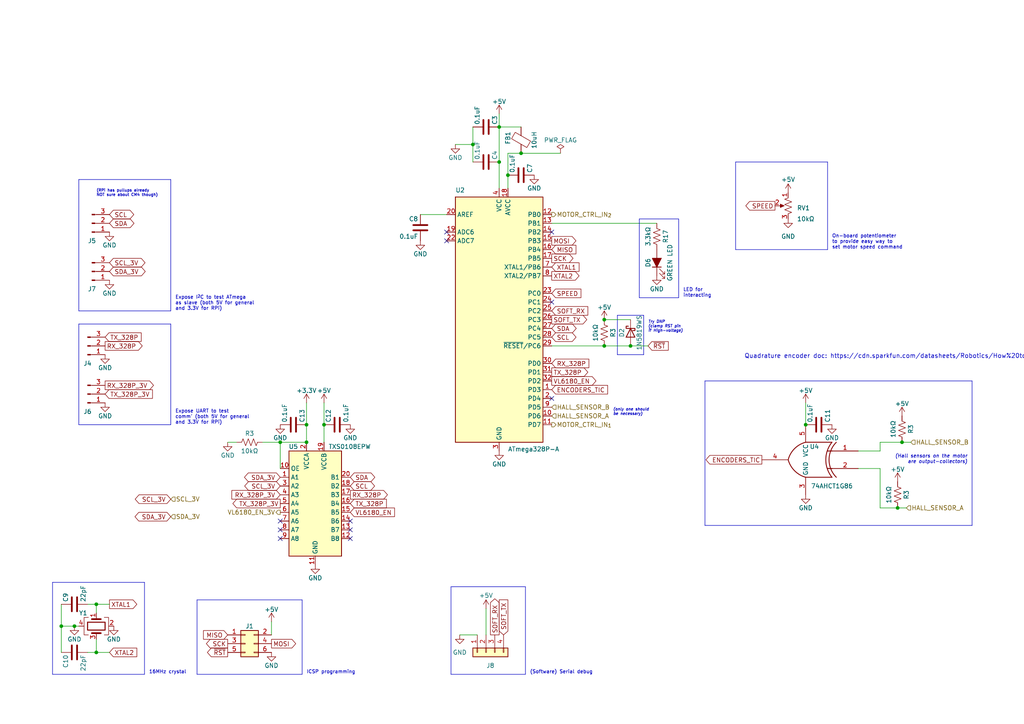
<source format=kicad_sch>
(kicad_sch (version 20230121) (generator eeschema)
  (paper "A4")
  (title_block (title "FooBot-Tests") (date "2023-03-17") (rev "1.0.0") (company "nschoe's labs"))
  (lib_symbols
    (symbol "74xGxx:74AHCT1G86"
      (property "Reference" "U" (at -2.54 3.81 0))
      (property "Value" "74AHCT1G86" (at 0 -3.81 0))
      (symbol "74AHCT1G86_0_1"
        (arc (start -8.89 -5.08) (mid -6.7858 0) (end -8.89 5.08) (stroke (width 0.254)))
        (arc (start -7.62 -5.08) (mid -5.838 0) (end -7.62 5.08) (stroke (width 0.254)))
        (arc (start 0 -5.08) (mid 3.1986 -3.2054) (end 5.08 0) (stroke (width 0.254)))
        (polyline (pts (xy -7.62 -2.54) (xy -6.35 -2.54)) (stroke (width 0.254)) (fill (type background)))
        (polyline (pts (xy -7.62 2.54) (xy -6.35 2.54)) (stroke (width 0.254)) (fill (type background)))
        (polyline (pts (xy 0 -5.08) (xy -7.62 -5.08)) (stroke (width 0.254)) (fill (type background)))
        (polyline (pts (xy 0 5.08) (xy -7.62 5.08)) (stroke (width 0.254)) (fill (type background)))
        (arc (start 5.08 0) (mid 3.2238 3.2304) (end 0 5.08) (stroke (width 0.254)))
      )
      (symbol "74AHCT1G86_1_1"
        (pin input line (at -15.24 2.54 0) (length 7.62) (name "~") (number "1"))
        (pin input line (at -15.24 -2.54 0) (length 7.62) (name "~") (number "2"))
        (pin power_in line (at 0 -10.16 90) (length 5.08) (name "GND") (number "3"))
        (pin output line (at 12.7 0 180) (length 7.62) (name "~") (number "4"))
        (pin power_in line (at 0 10.16 270) (length 5.08) (name "VCC") (number "5"))
      )
    )
    (symbol "Connector:Conn_01x03_Pin" (pin_names (offset 1.016) hide)
      (property "Reference" "J" (at 0 5.08 0))
      (property "Value" "Conn_01x03_Pin" (at 0 -5.08 0))
      (symbol "Conn_01x03_Pin_1_1"
        (polyline (pts (xy 1.27 -2.54) (xy 0.8636 -2.54)) (stroke (width 0.1524)))
        (polyline (pts (xy 1.27 0) (xy 0.8636 0)) (stroke (width 0.1524)))
        (polyline (pts (xy 1.27 2.54) (xy 0.8636 2.54)) (stroke (width 0.1524)))
        (rectangle (start 0.8636 -2.413) (end 0 -2.667) (stroke (width 0.1524)) (fill (type outline)))
        (rectangle (start 0.8636 0.127) (end 0 -0.127) (stroke (width 0.1524)) (fill (type outline)))
        (rectangle (start 0.8636 2.667) (end 0 2.413) (stroke (width 0.1524)) (fill (type outline)))
        (pin passive line (at 5.08 2.54 180) (length 3.81) (name "Pin_1") (number "1"))
        (pin passive line (at 5.08 0 180) (length 3.81) (name "Pin_2") (number "2"))
        (pin passive line (at 5.08 -2.54 180) (length 3.81) (name "Pin_3") (number "3"))
      )
    )
    (symbol "Connector_Generic:Conn_01x04" (pin_names (offset 1.016) hide)
      (property "Reference" "J" (at 0 5.08 0))
      (property "Value" "Conn_01x04" (at 0 -7.62 0))
      (symbol "Conn_01x04_1_1"
        (rectangle (start -1.27 -4.953) (end 0 -5.207) (stroke (width 0.1524)))
        (rectangle (start -1.27 -2.413) (end 0 -2.667) (stroke (width 0.1524)))
        (rectangle (start -1.27 0.127) (end 0 -0.127) (stroke (width 0.1524)))
        (rectangle (start -1.27 2.667) (end 0 2.413) (stroke (width 0.1524)))
        (rectangle (start -1.27 3.81) (end 1.27 -6.35) (stroke (width 0.254)) (fill (type background)))
        (pin passive line (at -5.08 2.54 0) (length 3.81) (name "Pin_1") (number "1"))
        (pin passive line (at -5.08 0 0) (length 3.81) (name "Pin_2") (number "2"))
        (pin passive line (at -5.08 -2.54 0) (length 3.81) (name "Pin_3") (number "3"))
        (pin passive line (at -5.08 -5.08 0) (length 3.81) (name "Pin_4") (number "4"))
      )
    )
    (symbol "Connector_Generic:Conn_02x03_Odd_Even" (pin_names (offset 1.016) hide)
      (property "Reference" "J" (at 1.27 5.08 0))
      (property "Value" "Conn_02x03_Odd_Even" (at 1.27 -5.08 0))
      (symbol "Conn_02x03_Odd_Even_1_1"
        (rectangle (start -1.27 -2.413) (end 0 -2.667) (stroke (width 0.1524)))
        (rectangle (start -1.27 0.127) (end 0 -0.127) (stroke (width 0.1524)))
        (rectangle (start -1.27 2.667) (end 0 2.413) (stroke (width 0.1524)))
        (rectangle (start -1.27 3.81) (end 3.81 -3.81) (stroke (width 0.254)) (fill (type background)))
        (rectangle (start 3.81 -2.413) (end 2.54 -2.667) (stroke (width 0.1524)))
        (rectangle (start 3.81 0.127) (end 2.54 -0.127) (stroke (width 0.1524)))
        (rectangle (start 3.81 2.667) (end 2.54 2.413) (stroke (width 0.1524)))
        (pin passive line (at -5.08 2.54 0) (length 3.81) (name "Pin_1") (number "1"))
        (pin passive line (at 7.62 2.54 180) (length 3.81) (name "Pin_2") (number "2"))
        (pin passive line (at -5.08 0 0) (length 3.81) (name "Pin_3") (number "3"))
        (pin passive line (at 7.62 0 180) (length 3.81) (name "Pin_4") (number "4"))
        (pin passive line (at -5.08 -2.54 0) (length 3.81) (name "Pin_5") (number "5"))
        (pin passive line (at 7.62 -2.54 180) (length 3.81) (name "Pin_6") (number "6"))
      )
    )
    (symbol "Device:C" (pin_numbers hide) (pin_names (offset 0.254))
      (property "Reference" "C" (at 0.635 2.54 0))
      (property "Value" "C" (at 0.635 -2.54 0))
      (symbol "C_0_1"
        (polyline (pts (xy -2.032 -0.762) (xy 2.032 -0.762)) (stroke (width 0.508)))
        (polyline (pts (xy -2.032 0.762) (xy 2.032 0.762)) (stroke (width 0.508)))
      )
      (symbol "C_1_1"
        (pin passive line (at 0 3.81 270) (length 2.794) (name "~") (number "1"))
        (pin passive line (at 0 -3.81 90) (length 2.794) (name "~") (number "2"))
      )
    )
    (symbol "Device:Crystal_GND24" (pin_names (offset 1.016) hide)
      (property "Reference" "Y" (at 3.175 5.08 0))
      (property "Value" "Crystal_GND24" (at 3.175 3.175 0))
      (symbol "Crystal_GND24_0_1"
        (rectangle (start -1.143 2.54) (end 1.143 -2.54) (stroke (width 0.3048)))
        (polyline (pts (xy -2.54 0) (xy -2.032 0)))
        (polyline (pts (xy -2.032 -1.27) (xy -2.032 1.27)) (stroke (width 0.508)))
        (polyline (pts (xy 0 -3.81) (xy 0 -3.556)))
        (polyline (pts (xy 0 3.556) (xy 0 3.81)))
        (polyline (pts (xy 2.032 -1.27) (xy 2.032 1.27)) (stroke (width 0.508)))
        (polyline (pts (xy 2.032 0) (xy 2.54 0)))
        (polyline (pts (xy -2.54 -2.286) (xy -2.54 -3.556) (xy 2.54 -3.556) (xy 2.54 -2.286)))
        (polyline (pts (xy -2.54 2.286) (xy -2.54 3.556) (xy 2.54 3.556) (xy 2.54 2.286)))
      )
      (symbol "Crystal_GND24_1_1"
        (pin passive line (at -3.81 0 0) (length 1.27) (name "1") (number "1"))
        (pin passive line (at 0 5.08 270) (length 1.27) (name "2") (number "2"))
        (pin passive line (at 3.81 0 180) (length 1.27) (name "3") (number "3"))
        (pin passive line (at 0 -5.08 90) (length 1.27) (name "4") (number "4"))
      )
    )
    (symbol "Device:FerriteBead" (pin_numbers hide) (pin_names (offset 0))
      (property "Reference" "FB" (at -3.81 0.635 90))
      (property "Value" "FerriteBead" (at 3.81 0 90))
      (symbol "FerriteBead_0_1"
        (polyline (pts (xy 0 -1.27) (xy 0 -1.2192)))
        (polyline (pts (xy 0 1.27) (xy 0 1.2954)))
        (polyline (pts (xy -2.7686 0.4064) (xy -1.7018 2.2606) (xy 2.7686 -0.3048) (xy 1.6764 -2.159) (xy -2.7686 0.4064)))
      )
      (symbol "FerriteBead_1_1"
        (pin passive line (at 0 3.81 270) (length 2.54) (name "~") (number "1"))
        (pin passive line (at 0 -3.81 90) (length 2.54) (name "~") (number "2"))
      )
    )
    (symbol "Device:LED_Filled" (pin_numbers hide) (pin_names (offset 1.016) hide)
      (property "Reference" "D" (at 0 2.54 0))
      (property "Value" "LED_Filled" (at 0 -2.54 0))
      (symbol "LED_Filled_0_1"
        (polyline (pts (xy -1.27 -1.27) (xy -1.27 1.27)) (stroke (width 0.254)))
        (polyline (pts (xy -1.27 0) (xy 1.27 0)))
        (polyline (pts (xy 1.27 -1.27) (xy 1.27 1.27) (xy -1.27 0) (xy 1.27 -1.27)) (stroke (width 0.254)) (fill (type outline)))
        (polyline (pts (xy -3.048 -0.762) (xy -4.572 -2.286) (xy -3.81 -2.286) (xy -4.572 -2.286) (xy -4.572 -1.524)))
        (polyline (pts (xy -1.778 -0.762) (xy -3.302 -2.286) (xy -2.54 -2.286) (xy -3.302 -2.286) (xy -3.302 -1.524)))
      )
      (symbol "LED_Filled_1_1"
        (pin passive line (at -3.81 0 0) (length 2.54) (name "K") (number "1"))
        (pin passive line (at 3.81 0 180) (length 2.54) (name "A") (number "2"))
      )
    )
    (symbol "Device:R_Potentiometer_US" (pin_names (offset 1.016) hide)
      (property "Reference" "RV" (at -4.445 0 90))
      (property "Value" "R_Potentiometer_US" (at -2.54 0 90))
      (symbol "R_Potentiometer_US_0_1"
        (polyline (pts (xy 0 -2.286) (xy 0 -2.54)))
        (polyline (pts (xy 0 2.54) (xy 0 2.286)))
        (polyline (pts (xy 2.54 0) (xy 1.524 0)))
        (polyline (pts (xy 1.143 0) (xy 2.286 0.508) (xy 2.286 -0.508) (xy 1.143 0)) (fill (type outline)))
        (polyline (pts (xy 0 -0.762) (xy 1.016 -1.143) (xy 0 -1.524) (xy -1.016 -1.905) (xy 0 -2.286)))
        (polyline (pts (xy 0 0.762) (xy 1.016 0.381) (xy 0 0) (xy -1.016 -0.381) (xy 0 -0.762)))
        (polyline (pts (xy 0 2.286) (xy 1.016 1.905) (xy 0 1.524) (xy -1.016 1.143) (xy 0 0.762)))
      )
      (symbol "R_Potentiometer_US_1_1"
        (pin passive line (at 0 3.81 270) (length 1.27) (name "1") (number "1"))
        (pin passive line (at 3.81 0 180) (length 1.27) (name "2") (number "2"))
        (pin passive line (at 0 -3.81 90) (length 1.27) (name "3") (number "3"))
      )
    )
    (symbol "Device:R_US" (pin_numbers hide) (pin_names (offset 0))
      (property "Reference" "R" (at 2.54 0 90))
      (property "Value" "R_US" (at -2.54 0 90))
      (symbol "R_US_0_1"
        (polyline (pts (xy 0 -2.286) (xy 0 -2.54)))
        (polyline (pts (xy 0 2.286) (xy 0 2.54)))
        (polyline (pts (xy 0 -0.762) (xy 1.016 -1.143) (xy 0 -1.524) (xy -1.016 -1.905) (xy 0 -2.286)))
        (polyline (pts (xy 0 0.762) (xy 1.016 0.381) (xy 0 0) (xy -1.016 -0.381) (xy 0 -0.762)))
        (polyline (pts (xy 0 2.286) (xy 1.016 1.905) (xy 0 1.524) (xy -1.016 1.143) (xy 0 0.762)))
      )
      (symbol "R_US_1_1"
        (pin passive line (at 0 3.81 270) (length 1.27) (name "~") (number "1"))
        (pin passive line (at 0 -3.81 90) (length 1.27) (name "~") (number "2"))
      )
    )
    (symbol "Diode:1N5819WS" (pin_numbers hide) (pin_names (offset 1.016) hide)
      (property "Reference" "D" (at 0 2.54 0))
      (property "Value" "1N5819WS" (at 0 -2.54 0))
      (symbol "1N5819WS_0_1"
        (polyline (pts (xy 1.27 0) (xy -1.27 0)))
        (polyline (pts (xy 1.27 1.27) (xy 1.27 -1.27) (xy -1.27 0) (xy 1.27 1.27)) (stroke (width 0.254)))
        (polyline (pts (xy -1.905 0.635) (xy -1.905 1.27) (xy -1.27 1.27) (xy -1.27 -1.27) (xy -0.635 -1.27) (xy -0.635 -0.635)) (stroke (width 0.254)))
      )
      (symbol "1N5819WS_1_1"
        (pin passive line (at -3.81 0 0) (length 2.54) (name "K") (number "1"))
        (pin passive line (at 3.81 0 180) (length 2.54) (name "A") (number "2"))
      )
    )
    (symbol "Logic_LevelTranslator:TXS0108EPW"
      (property "Reference" "U" (at -6.35 16.51 0))
      (property "Value" "TXS0108EPW" (at 3.81 16.51 0))
      (symbol "TXS0108EPW_0_1"
        (rectangle (start -7.62 15.24) (end 7.62 -15.24) (stroke (width 0.254)) (fill (type background)))
      )
      (symbol "TXS0108EPW_1_1"
        (pin bidirectional line (at -10.16 7.62 0) (length 2.54) (name "A1") (number "1"))
        (pin input line (at -10.16 10.16 0) (length 2.54) (name "OE") (number "10"))
        (pin power_in line (at 0 -17.78 90) (length 2.54) (name "GND") (number "11"))
        (pin bidirectional line (at 10.16 -10.16 180) (length 2.54) (name "B8") (number "12"))
        (pin bidirectional line (at 10.16 -7.62 180) (length 2.54) (name "B7") (number "13"))
        (pin bidirectional line (at 10.16 -5.08 180) (length 2.54) (name "B6") (number "14"))
        (pin bidirectional line (at 10.16 -2.54 180) (length 2.54) (name "B5") (number "15"))
        (pin bidirectional line (at 10.16 0 180) (length 2.54) (name "B4") (number "16"))
        (pin bidirectional line (at 10.16 2.54 180) (length 2.54) (name "B3") (number "17"))
        (pin bidirectional line (at 10.16 5.08 180) (length 2.54) (name "B2") (number "18"))
        (pin power_in line (at 2.54 17.78 270) (length 2.54) (name "VCCB") (number "19"))
        (pin power_in line (at -2.54 17.78 270) (length 2.54) (name "VCCA") (number "2"))
        (pin bidirectional line (at 10.16 7.62 180) (length 2.54) (name "B1") (number "20"))
        (pin bidirectional line (at -10.16 5.08 0) (length 2.54) (name "A2") (number "3"))
        (pin bidirectional line (at -10.16 2.54 0) (length 2.54) (name "A3") (number "4"))
        (pin bidirectional line (at -10.16 0 0) (length 2.54) (name "A4") (number "5"))
        (pin bidirectional line (at -10.16 -2.54 0) (length 2.54) (name "A5") (number "6"))
        (pin bidirectional line (at -10.16 -5.08 0) (length 2.54) (name "A6") (number "7"))
        (pin bidirectional line (at -10.16 -7.62 0) (length 2.54) (name "A7") (number "8"))
        (pin bidirectional line (at -10.16 -10.16 0) (length 2.54) (name "A8") (number "9"))
      )
    )
    (symbol "MCU_Microchip_ATmega:ATmega328P-A"
      (property "Reference" "U" (at -12.7 36.83 0))
      (property "Value" "ATmega328P-A" (at 2.54 -36.83 0))
      (symbol "ATmega328P-A_0_1"
        (rectangle (start -12.7 -35.56) (end 12.7 35.56) (stroke (width 0.254)) (fill (type background)))
      )
      (symbol "ATmega328P-A_1_1"
        (pin bidirectional line (at 15.24 -20.32 180) (length 2.54) (name "PD3") (number "1"))
        (pin bidirectional line (at 15.24 -27.94 180) (length 2.54) (name "PD6") (number "10"))
        (pin bidirectional line (at 15.24 -30.48 180) (length 2.54) (name "PD7") (number "11"))
        (pin bidirectional line (at 15.24 30.48 180) (length 2.54) (name "PB0") (number "12"))
        (pin bidirectional line (at 15.24 27.94 180) (length 2.54) (name "PB1") (number "13"))
        (pin bidirectional line (at 15.24 25.4 180) (length 2.54) (name "PB2") (number "14"))
        (pin bidirectional line (at 15.24 22.86 180) (length 2.54) (name "PB3") (number "15"))
        (pin bidirectional line (at 15.24 20.32 180) (length 2.54) (name "PB4") (number "16"))
        (pin bidirectional line (at 15.24 17.78 180) (length 2.54) (name "PB5") (number "17"))
        (pin power_in line (at 2.54 38.1 270) (length 2.54) (name "AVCC") (number "18"))
        (pin input line (at -15.24 25.4 0) (length 2.54) (name "ADC6") (number "19"))
        (pin bidirectional line (at 15.24 -22.86 180) (length 2.54) (name "PD4") (number "2"))
        (pin passive line (at -15.24 30.48 0) (length 2.54) (name "AREF") (number "20"))
        (pin passive line (at 0 -38.1 90) (length 2.54) hide (name "GND") (number "21"))
        (pin input line (at -15.24 22.86 0) (length 2.54) (name "ADC7") (number "22"))
        (pin bidirectional line (at 15.24 7.62 180) (length 2.54) (name "PC0") (number "23"))
        (pin bidirectional line (at 15.24 5.08 180) (length 2.54) (name "PC1") (number "24"))
        (pin bidirectional line (at 15.24 2.54 180) (length 2.54) (name "PC2") (number "25"))
        (pin bidirectional line (at 15.24 0 180) (length 2.54) (name "PC3") (number "26"))
        (pin bidirectional line (at 15.24 -2.54 180) (length 2.54) (name "PC4") (number "27"))
        (pin bidirectional line (at 15.24 -5.08 180) (length 2.54) (name "PC5") (number "28"))
        (pin bidirectional line (at 15.24 -7.62 180) (length 2.54) (name "~{RESET}/PC6") (number "29"))
        (pin power_in line (at 0 -38.1 90) (length 2.54) (name "GND") (number "3"))
        (pin bidirectional line (at 15.24 -12.7 180) (length 2.54) (name "PD0") (number "30"))
        (pin bidirectional line (at 15.24 -15.24 180) (length 2.54) (name "PD1") (number "31"))
        (pin bidirectional line (at 15.24 -17.78 180) (length 2.54) (name "PD2") (number "32"))
        (pin power_in line (at 0 38.1 270) (length 2.54) (name "VCC") (number "4"))
        (pin passive line (at 0 -38.1 90) (length 2.54) hide (name "GND") (number "5"))
        (pin passive line (at 0 38.1 270) (length 2.54) hide (name "VCC") (number "6"))
        (pin bidirectional line (at 15.24 15.24 180) (length 2.54) (name "XTAL1/PB6") (number "7"))
        (pin bidirectional line (at 15.24 12.7 180) (length 2.54) (name "XTAL2/PB7") (number "8"))
        (pin bidirectional line (at 15.24 -25.4 180) (length 2.54) (name "PD5") (number "9"))
      )
    )
    (symbol "power:+3.3V" (power) (pin_names (offset 0))
      (property "Value" "+3.3V" (at 0 3.556 0))
      (symbol "+3.3V_0_1"
        (polyline (pts (xy -0.762 1.27) (xy 0 2.54)))
        (polyline (pts (xy 0 0) (xy 0 2.54)))
        (polyline (pts (xy 0 2.54) (xy 0.762 1.27)))
      )
      (symbol "+3.3V_1_1"
        (pin power_in line (at 0 0 90) (length 0) hide (name "+3.3V") (number "1"))
      )
    )
    (symbol "power:+5V" (power) (pin_names (offset 0))
      (property "Value" "+5V" (at 0 3.556 0))
      (symbol "+5V_0_1"
        (polyline (pts (xy -0.762 1.27) (xy 0 2.54)))
        (polyline (pts (xy 0 0) (xy 0 2.54)))
        (polyline (pts (xy 0 2.54) (xy 0.762 1.27)))
      )
      (symbol "+5V_1_1"
        (pin power_in line (at 0 0 90) (length 0) hide (name "+5V") (number "1"))
      )
    )
    (symbol "power:GND" (power) (pin_names (offset 0))
      (property "Value" "GND" (at 0 -3.81 0))
      (symbol "GND_0_1"
        (polyline (pts (xy 0 0) (xy 0 -1.27) (xy 1.27 -1.27) (xy 0 -2.54) (xy -1.27 -1.27) (xy 0 -1.27)))
      )
      (symbol "GND_1_1"
        (pin power_in line (at 0 0 270) (length 0) hide (name "GND") (number "1"))
      )
    )
    (symbol "power:PWR_FLAG" (power) (pin_numbers hide) (pin_names (offset 0) hide)
      (property "Value" "PWR_FLAG" (at 0 3.81 0))
      (symbol "PWR_FLAG_0_0"
        (pin power_out line (at 0 0 90) (length 0) (name "pwr") (number "1"))
      )
      (symbol "PWR_FLAG_0_1"
        (polyline (pts (xy 0 0) (xy 0 1.27) (xy -1.016 1.905) (xy 0 2.54) (xy 1.016 1.905) (xy 0 1.27)))
      )
    )
  )
  (junction (at 151.13 44.45))
  (junction (at 81.28 128.27))
  (junction (at 88.9 128.27))
  (junction (at 175.26 100.33))
  (junction (at 260.35 147.32))
  (junction (at 144.78 46.99))
  (junction (at 147.32 50.8))
  (junction (at 17.78 181.61))
  (junction (at 144.78 36.83))
  (junction (at 27.94 175.26))
  (junction (at 27.94 189.23))
  (junction (at 233.68 123.19))
  (junction (at 93.98 123.19))
  (junction (at 88.9 123.19))
  (junction (at 21.59 181.61))
  (junction (at 182.88 100.33))
  (junction (at 175.26 92.71))
  (junction (at 261.62 128.27))
  (junction (at 137.16 41.91))
  (no_connect (at 129.54 67.31))
  (no_connect (at 81.28 151.13))
  (no_connect (at 160.02 115.57))
  (no_connect (at 160.02 67.31))
  (no_connect (at 101.6 151.13))
  (no_connect (at 101.6 153.67))
  (no_connect (at 129.54 69.85))
  (no_connect (at 160.02 87.63))
  (no_connect (at 81.28 153.67))
  (no_connect (at 81.28 156.21))
  (no_connect (at 101.6 156.21))
  (wire (pts (xy 137.16 36.83) (xy 137.16 41.91)))
  (polyline (pts (xy 204.47 110.49) (xy 281.94 110.49)))
  (wire (pts (xy 78.74 180.34) (xy 78.74 184.15)))
  (polyline (pts (xy 49.53 90.17) (xy 49.53 52.07)))
  (polyline (pts (xy 130.81 195.58) (xy 130.81 170.18)))
  (wire (pts (xy 21.59 181.61) (xy 22.86 181.61)))
  (wire (pts (xy 182.88 100.33) (xy 187.96 100.33)))
  (wire (pts (xy 144.78 46.99) (xy 144.78 54.61)))
  (polyline (pts (xy 152.4 195.58) (xy 130.81 195.58)))
  (polyline (pts (xy 281.94 110.49) (xy 281.94 152.4)))
  (wire (pts (xy 27.94 175.26) (xy 31.75 175.26)))
  (wire (pts (xy 81.28 135.89) (xy 81.28 128.27)))
  (wire (pts (xy 233.68 116.84) (xy 233.68 123.19)))
  (polyline (pts (xy 87.63 195.58) (xy 57.15 195.58)))
  (wire (pts (xy 140.97 176.53) (xy 140.97 184.15)))
  (polyline (pts (xy 213.36 46.99) (xy 240.03 46.99)))
  (polyline (pts (xy 22.86 93.98) (xy 22.86 123.19)))
  (wire (pts (xy 175.26 92.71) (xy 182.88 92.71)))
  (wire (pts (xy 260.35 147.32) (xy 255.27 147.32)))
  (polyline (pts (xy 179.07 102.87) (xy 186.69 102.87)))
  (wire (pts (xy 255.27 130.81) (xy 248.92 130.81)))
  (wire (pts (xy 88.9 123.19) (xy 88.9 128.27)))
  (polyline (pts (xy 22.86 93.98) (xy 49.53 93.98)))
  (polyline (pts (xy 57.15 173.99) (xy 87.63 173.99)))
  (wire (pts (xy 137.16 41.91) (xy 137.16 46.99)))
  (wire (pts (xy 261.62 128.27) (xy 264.16 128.27)))
  (polyline (pts (xy 15.24 168.91) (xy 15.24 195.58)))
  (wire (pts (xy 88.9 116.84) (xy 88.9 123.19)))
  (wire (pts (xy 121.92 62.23) (xy 129.54 62.23)))
  (polyline (pts (xy 179.07 91.44) (xy 179.07 102.87)))
  (wire (pts (xy 17.78 181.61) (xy 21.59 181.61)))
  (wire (pts (xy 261.62 128.27) (xy 255.27 128.27)))
  (wire (pts (xy 144.78 36.83) (xy 151.13 36.83)))
  (polyline (pts (xy 152.4 170.18) (xy 152.4 195.58)))
  (polyline (pts (xy 15.24 168.91) (xy 41.91 168.91)))
  (wire (pts (xy 27.94 185.42) (xy 27.94 189.23)))
  (wire (pts (xy 66.04 128.27) (xy 68.58 128.27)))
  (polyline (pts (xy 179.07 91.44) (xy 186.69 91.44)))
  (polyline (pts (xy 204.47 152.4) (xy 204.47 110.49)))
  (wire (pts (xy 133.35 184.15) (xy 138.43 184.15)))
  (wire (pts (xy 132.08 41.91) (xy 137.16 41.91)))
  (polyline (pts (xy 57.15 195.58) (xy 57.15 173.99)))
  (wire (pts (xy 17.78 181.61) (xy 17.78 189.23)))
  (wire (pts (xy 160.02 64.77) (xy 190.5 64.77)))
  (polyline (pts (xy 49.53 123.19) (xy 49.53 93.98)))
  (wire (pts (xy 151.13 44.45) (xy 147.32 44.45)))
  (wire (pts (xy 25.4 175.26) (xy 27.94 175.26)))
  (polyline (pts (xy 130.81 170.18) (xy 152.4 170.18)))
  (wire (pts (xy 27.94 189.23) (xy 31.75 189.23)))
  (polyline (pts (xy 41.91 195.58) (xy 41.91 168.91)))
  (polyline (pts (xy 22.86 123.19) (xy 49.53 123.19)))
  (wire (pts (xy 81.28 128.27) (xy 88.9 128.27)))
  (polyline (pts (xy 213.36 72.39) (xy 213.36 46.99)))
  (wire (pts (xy 151.13 44.45) (xy 162.56 44.45)))
  (wire (pts (xy 144.78 36.83) (xy 144.78 46.99)))
  (polyline (pts (xy 240.03 72.39) (xy 213.36 72.39)))
  (wire (pts (xy 160.02 100.33) (xy 175.26 100.33)))
  (wire (pts (xy 255.27 135.89) (xy 248.92 135.89)))
  (polyline (pts (xy 15.24 195.58) (xy 41.91 195.58)))
  (wire (pts (xy 17.78 175.26) (xy 17.78 181.61)))
  (wire (pts (xy 27.94 189.23) (xy 25.4 189.23)))
  (polyline (pts (xy 87.63 173.99) (xy 87.63 195.58)))
  (wire (pts (xy 93.98 123.19) (xy 93.98 128.27)))
  (polyline (pts (xy 281.94 152.4) (xy 204.47 152.4)))
  (wire (pts (xy 147.32 44.45) (xy 147.32 50.8)))
  (polyline (pts (xy 22.86 52.07) (xy 49.53 52.07)))
  (wire (pts (xy 255.27 128.27) (xy 255.27 130.81)))
  (polyline (pts (xy 22.86 90.17) (xy 49.53 90.17)))
  (wire (pts (xy 93.98 116.84) (xy 93.98 123.19)))
  (polyline (pts (xy 186.69 102.87) (xy 186.69 91.44)))
  (polyline (pts (xy 240.03 46.99) (xy 240.03 72.39)))
  (wire (pts (xy 175.26 100.33) (xy 182.88 100.33)))
  (wire (pts (xy 255.27 147.32) (xy 255.27 135.89)))
  (wire (pts (xy 81.28 128.27) (xy 76.2 128.27)))
  (wire (pts (xy 260.35 147.32) (xy 262.89 147.32)))
  (polyline (pts (xy 22.86 52.07) (xy 22.86 90.17)))
  (wire (pts (xy 144.78 33.02) (xy 144.78 36.83)))
  (wire (pts (xy 147.32 50.8) (xy 147.32 54.61)))
  (wire (pts (xy 27.94 175.26) (xy 27.94 177.8)))
  (rectangle (start 185.42 63.5) (end 196.85 86.36))
  (text "(only one should\nbe necessary)" (at 177.8 120.65 0) (effects (font (size 0.8 0.8) italic) (justify left bottom)))
  (text "Quadrature encoder doc: https://cdn.sparkfun.com/datasheets/Robotics/How%20to%20use%20a%20quadrature%20encoder.pdf" (at 215.9 104.14 0) (effects (font (size 1.27 1.27)) (justify left bottom)))
  (text "Try DNP\n(clamp RST pin\nif High-voltage)" (at 187.96 96.52 0) (effects (font (size 0.8 0.8) italic) (justify left bottom)))
  (text "ICSP programming" (at 88.9 195.58 0) (effects (font (size 1 1)) (justify left bottom)))
  (text "On-board potentiometer\nto provide easy way to\nset motor speed command" (at 241.3 72.39 0) (effects (font (size 1 1)) (justify left bottom)))
  (text "(Hall sensors on the motor\nare output-collectors)" (at 280.67 134.62 0) (effects (font (size 1 1) italic) (justify right bottom)))
  (text "(RPi has pullups already\nNOT sure about CM4 though)" (at 27.94 57.15 0) (effects (font (size 0.8 0.8)) (justify left bottom)))
  (text "(Software) Serial debug" (at 153.67 195.58 0) (effects (font (size 1 1)) (justify left bottom)))
  (text "Expose I^{2}C to test ATmega\nas slave (both 5V for general\nand 3.3V for RPi)" (at 50.8 90.17 0) (effects (font (size 1 1)) (justify left bottom)))
  (text "Expose UART to test\ncomm' (both 5V for general\nand 3.3V for RPi)" (at 50.8 123.19 0) (effects (font (size 1 1)) (justify left bottom)))
  (text "LED for\ninteracting" (at 198.12 86.36 0) (effects (font (size 1 1)) (justify left bottom)))
  (text "16MHz crystal" (at 43.18 195.58 0) (effects (font (size 1 1)) (justify left bottom)))
  (global_label "RX_328P" (shape output) (at 101.6 143.51 0) (property "Intersheetrefs" "${INTERSHEET_REFS}" (effects hide)))
  (global_label "SDA" (shape bidirectional) (at 101.6 138.43 0) (property "Intersheetrefs" "${INTERSHEET_REFS}" (effects hide)))
  (global_label "SCL_3V" (shape bidirectional) (at 49.53 144.78 180) (property "Intersheetrefs" "${INTERSHEET_REFS}" (effects hide)))
  (global_label "SDA_3V" (shape bidirectional) (at 81.28 138.43 180) (property "Intersheetrefs" "${INTERSHEET_REFS}" (effects hide)))
  (global_label "ENCODERS_TIC" (shape input) (at 160.02 113.03 0) (property "Intersheetrefs" "${INTERSHEET_REFS}" (effects hide)))
  (global_label "XTAL2" (shape input) (at 31.75 189.23 0) (property "Intersheetrefs" "${INTERSHEET_REFS}" (effects hide)))
  (global_label "VL6180_EN" (shape input) (at 101.6 148.59 0) (property "Intersheetrefs" "${INTERSHEET_REFS}" (effects hide)))
  (global_label "SCK" (shape output) (at 160.02 74.93 0) (property "Intersheetrefs" "${INTERSHEET_REFS}" (effects hide)))
  (global_label "TX_328P" (shape output) (at 160.02 107.95 0) (property "Intersheetrefs" "${INTERSHEET_REFS}" (effects hide)))
  (global_label "~{RST}" (shape input) (at 187.96 100.33 0) (property "Intersheetrefs" "${INTERSHEET_REFS}" (effects hide)))
  (global_label "SPEED" (shape output) (at 224.79 59.69 180) (property "Intersheetrefs" "${INTERSHEET_REFS}" (effects hide)))
  (global_label "SOFT_RX" (shape input) (at 160.02 90.17 0) (property "Intersheetrefs" "${INTERSHEET_REFS}" (effects hide)))
  (global_label "TX_328P" (shape input) (at 30.48 97.79 0) (property "Intersheetrefs" "${INTERSHEET_REFS}" (effects hide)))
  (global_label "TX_328P_3V" (shape output) (at 81.28 146.05 180) (property "Intersheetrefs" "${INTERSHEET_REFS}" (effects hide)))
  (global_label "SDA" (shape bidirectional) (at 160.02 95.25 0) (property "Intersheetrefs" "${INTERSHEET_REFS}" (effects hide)))
  (global_label "RX_328P_3V" (shape output) (at 30.48 111.76 0) (property "Intersheetrefs" "${INTERSHEET_REFS}" (effects hide)))
  (global_label "MOSI" (shape output) (at 78.74 186.69 0) (property "Intersheetrefs" "${INTERSHEET_REFS}" (effects hide)))
  (global_label "XTAL1" (shape input) (at 160.02 77.47 0) (property "Intersheetrefs" "${INTERSHEET_REFS}" (effects hide)))
  (global_label "SCK" (shape output) (at 66.04 186.69 180) (property "Intersheetrefs" "${INTERSHEET_REFS}" (effects hide)))
  (global_label "RX_328P" (shape input) (at 160.02 105.41 0) (property "Intersheetrefs" "${INTERSHEET_REFS}" (effects hide)))
  (global_label "MISO" (shape input) (at 160.02 72.39 0) (property "Intersheetrefs" "${INTERSHEET_REFS}" (effects hide)))
  (global_label "SCL_3V" (shape bidirectional) (at 81.28 140.97 180) (property "Intersheetrefs" "${INTERSHEET_REFS}" (effects hide)))
  (global_label "XTAL2" (shape output) (at 160.02 80.01 0) (property "Intersheetrefs" "${INTERSHEET_REFS}" (effects hide)))
  (global_label "ENCODERS_TIC" (shape output) (at 220.98 133.35 180) (property "Intersheetrefs" "${INTERSHEET_REFS}" (effects hide)))
  (global_label "TX_328P" (shape input) (at 101.6 146.05 0) (property "Intersheetrefs" "${INTERSHEET_REFS}" (effects hide)))
  (global_label "~{RST}" (shape output) (at 66.04 189.23 180) (property "Intersheetrefs" "${INTERSHEET_REFS}" (effects hide)))
  (global_label "RX_328P" (shape output) (at 30.48 100.33 0) (property "Intersheetrefs" "${INTERSHEET_REFS}" (effects hide)))
  (global_label "MISO" (shape input) (at 66.04 184.15 180) (property "Intersheetrefs" "${INTERSHEET_REFS}" (effects hide)))
  (global_label "SCL" (shape bidirectional) (at 31.75 62.23 0) (property "Intersheetrefs" "${INTERSHEET_REFS}" (effects hide)))
  (global_label "SDA_3V" (shape bidirectional) (at 49.53 149.86 180) (property "Intersheetrefs" "${INTERSHEET_REFS}" (effects hide)))
  (global_label "VL6180_EN" (shape output) (at 160.02 110.49 0) (property "Intersheetrefs" "${INTERSHEET_REFS}" (effects hide)))
  (global_label "MOSI" (shape output) (at 160.02 69.85 0) (property "Intersheetrefs" "${INTERSHEET_REFS}" (effects hide)))
  (global_label "SCL" (shape bidirectional) (at 101.6 140.97 0) (property "Intersheetrefs" "${INTERSHEET_REFS}" (effects hide)))
  (global_label "XTAL1" (shape output) (at 31.75 175.26 0) (property "Intersheetrefs" "${INTERSHEET_REFS}" (effects hide)))
  (global_label "SOFT_RX" (shape output) (at 143.51 184.15 90) (property "Intersheetrefs" "${INTERSHEET_REFS}" (effects hide)))
  (global_label "SPEED" (shape input) (at 160.02 85.09 0) (property "Intersheetrefs" "${INTERSHEET_REFS}" (effects hide)))
  (global_label "SOFT_TX" (shape input) (at 146.05 184.15 90) (property "Intersheetrefs" "${INTERSHEET_REFS}" (effects hide)))
  (global_label "RX_328P_3V" (shape input) (at 81.28 143.51 180) (property "Intersheetrefs" "${INTERSHEET_REFS}" (effects hide)))
  (global_label "SDA" (shape bidirectional) (at 31.75 64.77 0) (property "Intersheetrefs" "${INTERSHEET_REFS}" (effects hide)))
  (global_label "SCL_3V" (shape bidirectional) (at 31.75 76.2 0) (property "Intersheetrefs" "${INTERSHEET_REFS}" (effects hide)))
  (global_label "SOFT_TX" (shape output) (at 160.02 92.71 0) (property "Intersheetrefs" "${INTERSHEET_REFS}" (effects hide)))
  (global_label "SCL" (shape bidirectional) (at 160.02 97.79 0) (property "Intersheetrefs" "${INTERSHEET_REFS}" (effects hide)))
  (global_label "TX_328P_3V" (shape input) (at 30.48 114.3 0) (property "Intersheetrefs" "${INTERSHEET_REFS}" (effects hide)))
  (global_label "SDA_3V" (shape bidirectional) (at 31.75 78.74 0) (property "Intersheetrefs" "${INTERSHEET_REFS}" (effects hide)))
  (hierarchical_label "HALL_SENSOR_A" (shape input) (at 262.89 147.32 0))
  (hierarchical_label "MOTOR_CTRL_IN_{1}" (shape output) (at 160.02 123.19 0))
  (hierarchical_label "VL6180_EN_3V" (shape output) (at 81.28 148.59 180))
  (hierarchical_label "HALL_SENSOR_B" (shape input) (at 264.16 128.27 0))
  (hierarchical_label "SCL_3V" (shape input) (at 49.53 144.78 0))
  (hierarchical_label "HALL_SENSOR_A" (shape input) (at 160.02 120.65 0))
  (hierarchical_label "MOTOR_CTRL_IN_{2}" (shape output) (at 160.02 62.23 0))
  (hierarchical_label "SDA_3V" (shape input) (at 49.53 149.86 0))
  (hierarchical_label "HALL_SENSOR_B" (shape input) (at 160.02 118.11 0))
  (symbol (lib_id "power:+5V") (at 144.78 33.02 0) (unit 1)
    (property "Reference" "#PWR08" (effects hide))
    (property "Value" "+5V" (at 144.78 29.464 0))
  )
  (symbol (lib_id "power:GND") (at 91.44 163.83 0) (unit 1)
    (property "Reference" "#PWR037" (effects hide))
    (property "Value" "GND" (at 91.44 167.64 0))
  )
  (symbol (lib_id "power:+5V") (at 93.98 116.84 0) (unit 1)
    (property "Reference" "#PWR038" (effects hide))
    (property "Value" "+5V" (at 93.98 113.284 0))
  )
  (symbol (lib_id "Device:FerriteBead") (at 151.13 40.64 0) (unit 1)
    (property "Reference" "FB1" (at 147.32 40.005 90))
    (property "Value" "10uH" (at 154.94 40.64 90))
    (property "Footprint" "Inductor_SMD:L_0603_1608Metric" (effects hide))
    (property "Datasheet" "https://datasheet.lcsc.com/lcsc/2110081230_Sunlord-SDFL1608S100KTF_C1035.pdf" (effects hide))
    (property "LCSC Part" "C1035" (effects hide))
    (property "MPN" "SDFL1608S100KTF" (effects hide))
  )
  (symbol (lib_id "Connector:Conn_01x03_Pin") (at 25.4 114.3 0) (mirror x) (unit 1)
    (property "Reference" "J6" (at 25.4 119.38 0))
    (property "Value" "Conn_01x03_Pin" (effects hide))
    (property "Footprint" "Connector_PinHeader_2.54mm:PinHeader_1x03_P2.54mm_Vertical" (effects hide))
    (property "Datasheet" "https://datasheet.lcsc.com/lcsc/2212141009_CJT-Changjiang-Connectors-A2541WV-3P_C5333416.pdf" (effects hide))
    (property "LCSC Part" "C5333416" (effects hide))
    (property "MPN" "A2541WV-3P" (effects hide))
  )
  (symbol (lib_id "Device:LED_Filled") (at 190.5 76.2 90) (unit 1)
    (property "Reference" "D6" (at 187.96 76.2 0))
    (property "Value" "GREEN LED" (at 194.31 76.2 0))
    (property "Footprint" "LED_SMD:LED_0603_1608Metric" (effects hide))
    (property "Datasheet" "https://datasheet.lcsc.com/lcsc/1811101510_Everlight-Elec-19-217-GHC-YR1S2-3T_C72043.pdf" (effects hide))
    (property "LCSC Part" "C72043" (effects hide))
    (property "MPN" "19-217/GHC-YR1S2/3T" (effects hide))
    (instances (project "FooBot-Test" (path "" (reference "D6") (unit 1)) (path "" (reference "D4") (unit 1))))
  )
  (symbol (lib_id "Diode:1N5819WS") (at 182.88 96.52 90) (mirror x) (unit 1)
    (property "Reference" "D2" (at 180.34 96.52 0))
    (property "Value" "1N5819WS" (at 185.42 96.52 0))
    (property "Footprint" "Diode_SMD:D_SOD-323" (effects hide))
    (property "Datasheet" "https://datasheet.lcsc.com/lcsc/2204281430_Guangdong-Hottech-1N5819WS_C191023.pdf" (effects hide))
    (property "LCSC Part" "C191023" (effects hide))
    (property "MPN" "1N5819WS" (effects hide))
  )
  (symbol (lib_id "power:+3.3V") (at 88.9 116.84 0) (unit 1)
    (property "Reference" "#PWR041" (effects hide))
    (property "Value" "+3.3V" (at 88.9 113.284 0))
  )
  (symbol (lib_id "Connector:Conn_01x03_Pin") (at 26.67 64.77 0) (mirror x) (unit 1)
    (property "Reference" "J5" (at 26.67 69.85 0))
    (property "Value" "Conn_01x03_Pin" (effects hide))
    (property "Footprint" "Connector_PinHeader_2.54mm:PinHeader_1x03_P2.54mm_Vertical" (effects hide))
    (property "Datasheet" "https://datasheet.lcsc.com/lcsc/2212141009_CJT-Changjiang-Connectors-A2541WV-3P_C5333416.pdf" (effects hide))
    (property "LCSC Part" "C5333416" (effects hide))
    (property "MPN" "A2541WV-3P" (effects hide))
  )
  (symbol (lib_id "power:GND") (at 228.6 63.5 0) (unit 1)
    (property "Reference" "#PWR054" (effects hide))
    (property "Value" "GND" (at 228.6 68.58 0))
  )
  (symbol (lib_id "power:GND") (at 66.04 128.27 0) (unit 1)
    (property "Reference" "#PWR042" (effects hide))
    (property "Value" "GND" (at 66.04 132.08 0))
  )
  (symbol (lib_id "power:GND") (at 133.35 184.15 0) (unit 1)
    (property "Reference" "#PWR055" (effects hide))
    (property "Value" "GND" (at 133.35 189.23 0))
  )
  (symbol (lib_id "Device:C") (at 85.09 123.19 270) (mirror x) (unit 1)
    (property "Reference" "C13" (at 87.63 122.555 0) (effects (justify left)))
    (property "Value" "0.1uF" (at 82.55 122.555 0) (effects (justify left)))
    (property "Footprint" "Capacitor_SMD:C_0402_1005Metric" (effects hide))
    (property "Datasheet" "https://datasheet.lcsc.com/lcsc/1810191222_Samsung-Electro-Mechanics-CL05B104KB54PNC_C307331.pdf" (effects hide))
    (property "LCSC Part" "C307331" (effects hide))
    (property "MPN" "CL05B104KB54PNC" (effects hide))
  )
  (symbol (lib_id "Device:C") (at 21.59 189.23 90) (mirror x) (unit 1)
    (property "Reference" "C10" (at 19.05 189.865 0) (effects (justify left)))
    (property "Value" "22pF" (at 24.13 189.865 0) (effects (justify left)))
    (property "Footprint" "Capacitor_SMD:C_0603_1608Metric" (effects hide))
    (property "Datasheet" "https://datasheet.lcsc.com/lcsc/1810121815_Samsung-Electro-Mechanics-CL10C220JB8NNNC_C1653.pdf" (effects hide))
    (property "LCSC Part" "C1653" (effects hide))
    (property "MPN" "CL10C220JB8NNNC" (effects hide))
  )
  (symbol (lib_id "power:+5V") (at 140.97 176.53 0) (unit 1)
    (property "Reference" "#PWR056" (effects hide))
    (property "Value" "+5V" (at 140.97 172.72 0))
  )
  (symbol (lib_id "power:GND") (at 132.08 41.91 0) (unit 1)
    (property "Reference" "#PWR09" (effects hide))
    (property "Value" "GND" (at 132.08 45.72 0))
  )
  (symbol (lib_id "Connector_Generic:Conn_02x03_Odd_Even") (at 71.12 186.69 0) (unit 1)
    (property "Reference" "J1" (at 72.39 181.61 0))
    (property "Value" "Conn_02x03_Odd_Even" (effects hide))
    (property "Footprint" "Connector_PinHeader_2.54mm:PinHeader_2x03_P2.54mm_Vertical" (effects hide))
    (property "Datasheet" "https://datasheet.lcsc.com/lcsc/2207291800_ZHOURI-2-54-2-3_C5116479.pdf" (effects hide))
    (property "LCSC Part" "C5116479" (effects hide))
    (property "MPN" "2.54-2*3" (effects hide))
  )
  (symbol (lib_id "power:+5V") (at 78.74 180.34 0) (unit 1)
    (property "Reference" "#PWR015" (effects hide))
    (property "Value" "+5V" (at 78.74 176.784 0))
  )
  (symbol (lib_id "power:GND") (at 33.02 181.61 0) (unit 1)
    (property "Reference" "#PWR012" (effects hide))
    (property "Value" "GND" (at 33.02 185.42 0))
  )
  (symbol (lib_id "Device:Crystal_GND24") (at 27.94 181.61 270) (unit 1)
    (property "Reference" "Y1" (at 22.86 177.8 90) (effects (justify left)))
    (property "Value" "Crystal_GND24" (effects hide))
    (property "Footprint" "Crystal:Crystal_SMD_3225-4Pin_3.2x2.5mm" (effects hide))
    (property "Datasheet" "https://datasheet.lcsc.com/lcsc/2103291133_Yangxing-Tech-X322516MLB4SI_C13738.pdf" (effects hide))
    (property "LCSC Part" "C13738" (effects hide))
    (property "MPN" "X322516MLB4SI" (effects hide))
  )
  (symbol (lib_id "Device:C") (at 237.49 123.19 270) (mirror x) (unit 1)
    (property "Reference" "C11" (at 240.03 122.555 0) (effects (justify left)))
    (property "Value" "0.1uF" (at 234.95 122.555 0) (effects (justify left)))
    (property "Footprint" "Capacitor_SMD:C_0402_1005Metric" (effects hide))
    (property "Datasheet" "https://datasheet.lcsc.com/lcsc/1810191222_Samsung-Electro-Mechanics-CL05B104KB54PNC_C307331.pdf" (effects hide))
    (property "LCSC Part" "C307331" (effects hide))
    (property "MPN" "CL05B104KB54PNC" (effects hide))
  )
  (symbol (lib_id "power:GND") (at 30.48 102.87 0) (unit 1)
    (property "Reference" "#PWR036" (effects hide))
    (property "Value" "GND" (at 30.48 106.68 0))
  )
  (symbol (lib_id "power:+5V") (at 233.68 116.84 0) (unit 1)
    (property "Reference" "#PWR034" (effects hide))
    (property "Value" "+5V" (at 233.68 113.284 0))
  )
  (symbol (lib_id "74xGxx:74AHCT1G86") (at 233.68 133.35 0) (mirror y) (unit 1)
    (property "Reference" "U4" (at 236.22 129.54 0))
    (property "Value" "74AHCT1G86" (at 241.3 140.97 0))
    (property "Footprint" "Package_TO_SOT_SMD:SOT-23-5" (effects hide))
    (property "Datasheet" "https://www.ti.com/lit/ds/symlink/sn74ahct1g86.pdf" (effects hide))
    (property "LCSC Part" "C43417" (effects hide))
    (property "MPN" "SN74AHCT1G86DBVR" (effects hide))
  )
  (symbol (lib_id "power:PWR_FLAG") (at 162.56 44.45 0) (unit 1)
    (property "Reference" "#FLG01" (effects hide))
    (property "Value" "PWR_FLAG" (at 162.56 40.64 0))
  )
  (symbol (lib_id "Device:R_US") (at 260.35 143.51 0) (unit 1)
    (property "Reference" "R3" (at 262.89 143.51 90))
    (property "Value" "10kΩ" (at 257.81 143.51 90))
    (property "Footprint" "Resistor_SMD:R_0603_1608Metric" (effects hide))
    (property "Datasheet" "https://datasheet.lcsc.com/lcsc/2206010045_UNI-ROYAL-Uniroyal-Elec-0603WAF1002T5E_C25804.pdf" (effects hide))
    (property "LCSC Part" "C25804" (effects hide))
    (property "MPN" "0603WAF1002T5E" (effects hide))
    (instances (project "FooBot-Test" (path "" (reference "R3") (unit 1)) (path "" (reference "R7") (unit 1))))
  )
  (symbol (lib_id "Connector_Generic:Conn_01x04") (at 140.97 189.23 90) (mirror x) (unit 1)
    (property "Reference" "J8" (at 142.24 193.04 90))
    (property "Value" "Conn_01x04" (effects hide))
    (property "Footprint" "nschoe-kicad-footprints:Molex_PicoBlade_53047-0410_1x04_P1.25mm_Vertical" (effects hide))
    (property "Datasheet" "https://datasheet.lcsc.com/lcsc/2004010133_MOLEX-530470410_C504989.pdf" (effects hide))
    (property "LCSC Part" "C504989" (effects hide))
    (property "MPN" "530470410" (effects hide))
  )
  (symbol (lib_id "Device:R_US") (at 190.5 68.58 0) (unit 1)
    (property "Reference" "R17" (at 193.04 68.58 90))
    (property "Value" "3.3kΩ" (at 187.96 68.58 90))
    (property "Footprint" "Resistor_SMD:R_0603_1608Metric" (effects hide))
    (property "Datasheet" "https://datasheet.lcsc.com/lcsc/2206010116_UNI-ROYAL-Uniroyal-Elec-0603WAF3301T5E_C22978.pdf" (effects hide))
    (property "LCSC Part" "C22978" (effects hide))
    (property "MPN" "0603WAF3301T5E" (effects hide))
    (instances (project "FooBot-Test" (path "" (reference "R17") (unit 1)) (path "" (reference "R5") (unit 1))))
  )
  (symbol (lib_id "Device:R_US") (at 175.26 96.52 0) (unit 1)
    (property "Reference" "R3" (at 177.8 96.52 90))
    (property "Value" "10kΩ" (at 172.72 96.52 90))
    (property "Footprint" "Resistor_SMD:R_0603_1608Metric" (effects hide))
    (property "Datasheet" "https://datasheet.lcsc.com/lcsc/2206010045_UNI-ROYAL-Uniroyal-Elec-0603WAF1002T5E_C25804.pdf" (effects hide))
    (property "LCSC Part" "C25804" (effects hide))
    (property "MPN" "0603WAF1002T5E" (effects hide))
    (instances (project "FooBot-Test" (path "" (reference "R3") (unit 1)) (path "" (reference "R4") (unit 1))))
  )
  (symbol (lib_id "power:GND") (at 144.78 130.81 0) (unit 1)
    (property "Reference" "#PWR07" (effects hide))
    (property "Value" "GND" (at 144.78 134.62 0))
  )
  (symbol (lib_id "Device:C") (at 21.59 175.26 90) (unit 1)
    (property "Reference" "C9" (at 19.05 174.625 0) (effects (justify left)))
    (property "Value" "22pF" (at 24.13 174.625 0) (effects (justify left)))
    (property "Footprint" "Capacitor_SMD:C_0603_1608Metric" (effects hide))
    (property "Datasheet" "https://datasheet.lcsc.com/lcsc/1810121815_Samsung-Electro-Mechanics-CL10C220JB8NNNC_C1653.pdf" (effects hide))
    (property "LCSC Part" "C1653" (effects hide))
    (property "MPN" "CL10C220JB8NNNC" (effects hide))
  )
  (symbol (lib_id "power:GND") (at 21.59 181.61 0) (unit 1)
    (property "Reference" "#PWR013" (effects hide))
    (property "Value" "GND" (at 21.59 185.42 0))
  )
  (symbol (lib_id "Device:C") (at 140.97 36.83 270) (mirror x) (unit 1)
    (property "Reference" "C3" (at 143.51 36.195 0) (effects (justify left)))
    (property "Value" "0.1uF" (at 138.43 36.195 0) (effects (justify left)))
    (property "Footprint" "Capacitor_SMD:C_0402_1005Metric" (effects hide))
    (property "Datasheet" "https://datasheet.lcsc.com/lcsc/1810191222_Samsung-Electro-Mechanics-CL05B104KB54PNC_C307331.pdf" (effects hide))
    (property "LCSC Part" "C307331" (effects hide))
    (property "MPN" "CL05B104KB54PNC" (effects hide))
  )
  (symbol (lib_id "power:GND") (at 78.74 189.23 0) (unit 1)
    (property "Reference" "#PWR014" (effects hide))
    (property "Value" "GND" (at 78.74 193.04 0))
  )
  (symbol (lib_id "Device:R_US") (at 72.39 128.27 90) (unit 1)
    (property "Reference" "R3" (at 72.39 125.73 90))
    (property "Value" "10kΩ" (at 72.39 130.81 90))
    (property "Footprint" "Resistor_SMD:R_0603_1608Metric" (effects hide))
    (property "Datasheet" "https://datasheet.lcsc.com/lcsc/2206010045_UNI-ROYAL-Uniroyal-Elec-0603WAF1002T5E_C25804.pdf" (effects hide))
    (property "LCSC Part" "C25804" (effects hide))
    (property "MPN" "0603WAF1002T5E" (effects hide))
    (instances (project "FooBot-Test" (path "" (reference "R3") (unit 1)) (path "" (reference "R8") (unit 1))))
  )
  (symbol (lib_id "power:GND") (at 81.28 123.19 0) (unit 1)
    (property "Reference" "#PWR040" (effects hide))
    (property "Value" "GND" (at 81.28 127 0))
  )
  (symbol (lib_id "power:GND") (at 190.5 80.01 0) (unit 1)
    (property "Reference" "#PWR079" (effects hide))
    (property "Value" "GND" (at 190.5 83.82 0))
    (instances (project "FooBot-Test" (path "" (reference "#PWR079") (unit 1)) (path "" (reference "#PWR028") (unit 1))))
  )
  (symbol (lib_id "MCU_Microchip_ATmega:ATmega328P-A") (at 144.78 92.71 0) (unit 1)
    (property "Reference" "U2" (at 132.08 55.88 0) (effects (justify left bottom)))
    (property "Value" "ATmega328P-A" (at 147.32 129.54 0) (effects (justify left top)))
    (property "Footprint" "Package_QFP:TQFP-32_7x7mm_P0.8mm" (effects hide))
    (property "Datasheet" "https://ww1.microchip.com/downloads/en/DeviceDoc/Atmel-7810-Automotive-Microcontrollers-ATmega328P_Datasheet.pdf" (effects hide))
    (property "LCSC Part" "C14877" (effects hide))
    (property "MPN" "ATMEGA328P-AU" (effects hide))
  )
  (symbol (lib_id "Device:R_Potentiometer_US") (at 228.6 59.69 0) (mirror y) (unit 1)
    (property "Reference" "RV1" (at 231.14 60.325 0) (effects (justify right)))
    (property "Value" "10kΩ" (at 231.14 63.5 0) (effects (justify right)))
    (property "Footprint" "Potentiometer_THT:Potentiometer_Bourns_3266W_Vertical" (effects hide))
    (property "Datasheet" "https://datasheet.lcsc.com/lcsc/1811140909_BOCHEN-Chengdu-Guosheng-Tech-3266W-1-103_C123430.pdf" (effects hide))
    (property "LCSC Part" "C123430" (effects hide))
    (property "MPN" "3266W-1-103" (effects hide))
  )
  (symbol (lib_id "power:GND") (at 31.75 81.28 0) (unit 1)
    (property "Reference" "#PWR044" (effects hide))
    (property "Value" "GND" (at 31.75 85.09 0))
  )
  (symbol (lib_id "Device:R_US") (at 261.62 124.46 0) (unit 1)
    (property "Reference" "R3" (at 264.16 124.46 90))
    (property "Value" "10kΩ" (at 259.08 124.46 90))
    (property "Footprint" "Resistor_SMD:R_0603_1608Metric" (effects hide))
    (property "Datasheet" "https://datasheet.lcsc.com/lcsc/2206010045_UNI-ROYAL-Uniroyal-Elec-0603WAF1002T5E_C25804.pdf" (effects hide))
    (property "LCSC Part" "C25804" (effects hide))
    (property "MPN" "0603WAF1002T5E" (effects hide))
    (instances (project "FooBot-Test" (path "" (reference "R3") (unit 1)) (path "" (reference "R6") (unit 1))))
  )
  (symbol (lib_id "Connector:Conn_01x03_Pin") (at 26.67 78.74 0) (mirror x) (unit 1)
    (property "Reference" "J7" (at 26.67 83.82 0))
    (property "Value" "Conn_01x03_Pin" (effects hide))
    (property "Footprint" "Connector_PinHeader_2.54mm:PinHeader_1x03_P2.54mm_Vertical" (effects hide))
    (property "Datasheet" "https://datasheet.lcsc.com/lcsc/2212141009_CJT-Changjiang-Connectors-A2541WV-3P_C5333416.pdf" (effects hide))
    (property "LCSC Part" "C5333416" (effects hide))
    (property "MPN" "A2541WV-3P" (effects hide))
  )
  (symbol (lib_id "power:+5V") (at 260.35 139.7 0) (unit 1)
    (property "Reference" "#PWR031" (effects hide))
    (property "Value" "+5V" (at 260.35 136.144 0))
  )
  (symbol (lib_id "power:GND") (at 121.92 69.85 0) (unit 1)
    (property "Reference" "#PWR011" (effects hide))
    (property "Value" "GND" (at 121.92 73.66 0))
  )
  (symbol (lib_id "power:GND") (at 241.3 123.19 0) (unit 1)
    (property "Reference" "#PWR033" (effects hide))
    (property "Value" "GND" (at 241.3 127 0))
  )
  (symbol (lib_id "Device:C") (at 140.97 46.99 270) (mirror x) (unit 1)
    (property "Reference" "C4" (at 143.51 46.355 0) (effects (justify left)))
    (property "Value" "0.1uF" (at 138.43 46.355 0) (effects (justify left)))
    (property "Footprint" "Capacitor_SMD:C_0402_1005Metric" (effects hide))
    (property "Datasheet" "https://datasheet.lcsc.com/lcsc/1810191222_Samsung-Electro-Mechanics-CL05B104KB54PNC_C307331.pdf" (effects hide))
    (property "LCSC Part" "C307331" (effects hide))
    (property "MPN" "CL05B104KB54PNC" (effects hide))
  )
  (symbol (lib_id "power:+5V") (at 175.26 92.71 0) (unit 1)
    (property "Reference" "#PWR016" (effects hide))
    (property "Value" "+5V" (at 175.26 89.154 0))
  )
  (symbol (lib_id "power:GND") (at 154.94 50.8 0) (unit 1)
    (property "Reference" "#PWR010" (effects hide))
    (property "Value" "GND" (at 154.94 54.61 0))
  )
  (symbol (lib_id "power:GND") (at 233.68 143.51 0) (unit 1)
    (property "Reference" "#PWR032" (effects hide))
    (property "Value" "GND" (at 233.68 147.32 0))
  )
  (symbol (lib_id "Logic_LevelTranslator:TXS0108EPW") (at 91.44 146.05 0) (unit 1)
    (property "Reference" "U5" (at 85.09 129.54 0))
    (property "Value" "TXS0108EPW" (at 95.25 129.54 0) (effects (justify left)))
    (property "Footprint" "Package_SO:TSSOP-20_4.4x6.5mm_P0.65mm" (effects hide))
    (property "Datasheet" "www.ti.com/lit/ds/symlink/txs0108e.pdf" (effects hide))
    (property "LCSC Part" "C17206" (effects hide))
    (property "MPN" "TXS0108EPWR" (effects hide))
  )
  (symbol (lib_id "power:+5V") (at 261.62 120.65 0) (unit 1)
    (property "Reference" "#PWR030" (effects hide))
    (property "Value" "+5V" (at 261.62 117.094 0))
  )
  (symbol (lib_id "Device:C") (at 151.13 50.8 270) (mirror x) (unit 1)
    (property "Reference" "C7" (at 153.67 50.165 0) (effects (justify left)))
    (property "Value" "0.1uF" (at 148.59 50.165 0) (effects (justify left)))
    (property "Footprint" "Capacitor_SMD:C_0402_1005Metric" (effects hide))
    (property "Datasheet" "https://datasheet.lcsc.com/lcsc/1810191222_Samsung-Electro-Mechanics-CL05B104KB54PNC_C307331.pdf" (effects hide))
    (property "LCSC Part" "C307331" (effects hide))
    (property "MPN" "CL05B104KB54PNC" (effects hide))
  )
  (symbol (lib_id "power:+5V") (at 228.6 55.88 0) (unit 1)
    (property "Reference" "#PWR053" (effects hide))
    (property "Value" "+5V" (at 228.6 52.07 0))
  )
  (symbol (lib_id "Device:C") (at 121.92 66.04 0) (mirror y) (unit 1)
    (property "Reference" "C8" (at 121.285 63.5 0) (effects (justify left)))
    (property "Value" "0.1uF" (at 121.285 68.58 0) (effects (justify left)))
    (property "Footprint" "Capacitor_SMD:C_0402_1005Metric" (effects hide))
    (property "Datasheet" "https://datasheet.lcsc.com/lcsc/1810191222_Samsung-Electro-Mechanics-CL05B104KB54PNC_C307331.pdf" (effects hide))
    (property "LCSC Part" "C307331" (effects hide))
    (property "MPN" "CL05B104KB54PNC" (effects hide))
  )
  (symbol (lib_id "power:GND") (at 101.6 123.19 0) (unit 1)
    (property "Reference" "#PWR039" (effects hide))
    (property "Value" "GND" (at 101.6 127 0))
  )
  (symbol (lib_id "Connector:Conn_01x03_Pin") (at 25.4 100.33 0) (mirror x) (unit 1)
    (property "Reference" "J4" (at 25.4 105.41 0))
    (property "Value" "Conn_01x03_Pin" (effects hide))
    (property "Footprint" "Connector_PinHeader_2.54mm:PinHeader_1x03_P2.54mm_Vertical" (effects hide))
    (property "Datasheet" "https://datasheet.lcsc.com/lcsc/2212141009_CJT-Changjiang-Connectors-A2541WV-3P_C5333416.pdf" (effects hide))
    (property "LCSC Part" "C5333416" (effects hide))
    (property "MPN" "A2541WV-3P" (effects hide))
  )
  (symbol (lib_id "power:GND") (at 31.75 67.31 0) (unit 1)
    (property "Reference" "#PWR035" (effects hide))
    (property "Value" "GND" (at 31.75 71.12 0))
  )
  (symbol (lib_id "power:GND") (at 30.48 116.84 0) (unit 1)
    (property "Reference" "#PWR043" (effects hide))
    (property "Value" "GND" (at 30.48 120.65 0))
  )
  (symbol (lib_id "Device:C") (at 97.79 123.19 90) (unit 1)
    (property "Reference" "C12" (at 95.25 122.555 0) (effects (justify left)))
    (property "Value" "0.1uF" (at 100.33 122.555 0) (effects (justify left)))
    (property "Footprint" "Capacitor_SMD:C_0402_1005Metric" (effects hide))
    (property "Datasheet" "https://datasheet.lcsc.com/lcsc/1810191222_Samsung-Electro-Mechanics-CL05B104KB54PNC_C307331.pdf" (effects hide))
    (property "LCSC Part" "C307331" (effects hide))
    (property "MPN" "CL05B104KB54PNC" (effects hide))
  )
)
</source>
